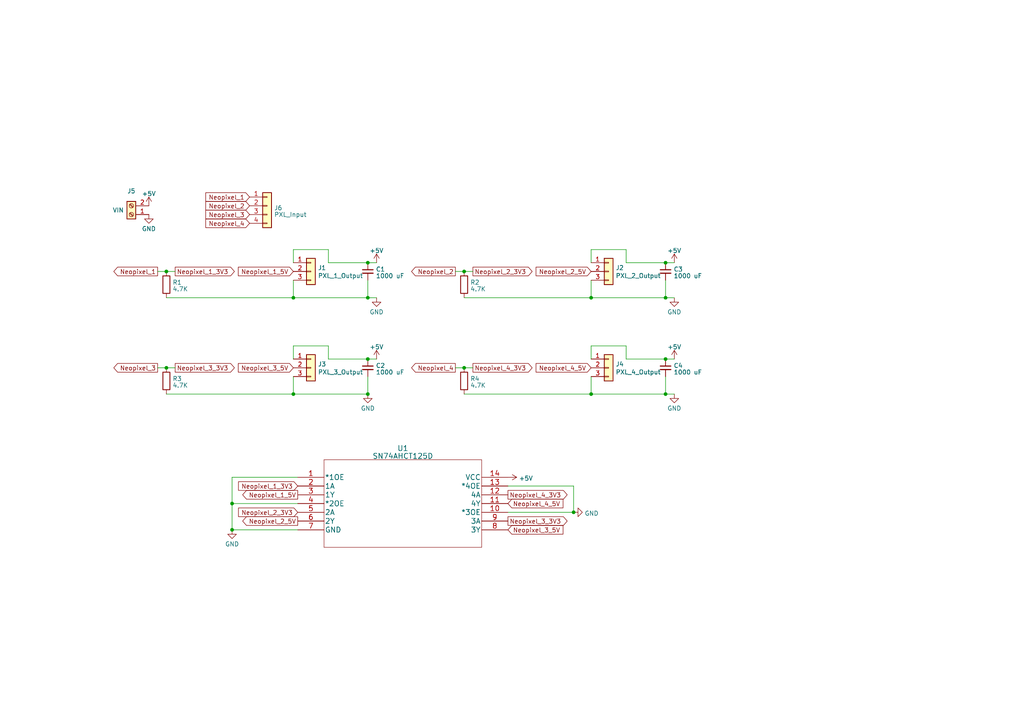
<source format=kicad_sch>
(kicad_sch (version 20230121) (generator eeschema)
  (paper "A4")
  (lib_symbols
    (symbol "Connector:Screw_Terminal_01x02" (pin_names (offset 1.016) hide)
      (property "Reference" "J" (at 0 2.54 0))
      (property "Value" "Screw_Terminal_01x02" (at 0 -5.08 0))
      (symbol "Screw_Terminal_01x02_1_1"
        (rectangle (start -1.27 1.27) (end 1.27 -3.81) (stroke (width 0.254)) (fill (type background)))
        (circle (center 0 -2.54) (radius 0.635) (stroke (width 0.1524)))
        (polyline (pts (xy -0.5334 -2.2098) (xy 0.3302 -3.048)) (stroke (width 0.1524)))
        (polyline (pts (xy -0.5334 0.3302) (xy 0.3302 -0.508)) (stroke (width 0.1524)))
        (polyline (pts (xy -0.3556 -2.032) (xy 0.508 -2.8702)) (stroke (width 0.1524)))
        (polyline (pts (xy -0.3556 0.508) (xy 0.508 -0.3302)) (stroke (width 0.1524)))
        (circle (center 0 0) (radius 0.635) (stroke (width 0.1524)))
        (pin passive line (at -5.08 0 0) (length 3.81) (name "Pin_1") (number "1"))
        (pin passive line (at -5.08 -2.54 0) (length 3.81) (name "Pin_2") (number "2"))
      )
    )
    (symbol "Connector_Generic:Conn_01x03" (pin_names (offset 1.016) hide)
      (property "Reference" "J" (at 0 5.08 0))
      (property "Value" "Conn_01x03" (at 0 -5.08 0))
      (symbol "Conn_01x03_1_1"
        (rectangle (start -1.27 -2.413) (end 0 -2.667) (stroke (width 0.1524)))
        (rectangle (start -1.27 0.127) (end 0 -0.127) (stroke (width 0.1524)))
        (rectangle (start -1.27 2.667) (end 0 2.413) (stroke (width 0.1524)))
        (rectangle (start -1.27 3.81) (end 1.27 -3.81) (stroke (width 0.254)) (fill (type background)))
        (pin passive line (at -5.08 2.54 0) (length 3.81) (name "Pin_1") (number "1"))
        (pin passive line (at -5.08 0 0) (length 3.81) (name "Pin_2") (number "2"))
        (pin passive line (at -5.08 -2.54 0) (length 3.81) (name "Pin_3") (number "3"))
      )
    )
    (symbol "Connector_Generic:Conn_01x04" (pin_names (offset 1.016) hide)
      (property "Reference" "J" (at 0 5.08 0))
      (property "Value" "Conn_01x04" (at 0 -7.62 0))
      (symbol "Conn_01x04_1_1"
        (rectangle (start -1.27 -4.953) (end 0 -5.207) (stroke (width 0.1524)))
        (rectangle (start -1.27 -2.413) (end 0 -2.667) (stroke (width 0.1524)))
        (rectangle (start -1.27 0.127) (end 0 -0.127) (stroke (width 0.1524)))
        (rectangle (start -1.27 2.667) (end 0 2.413) (stroke (width 0.1524)))
        (rectangle (start -1.27 3.81) (end 1.27 -6.35) (stroke (width 0.254)) (fill (type background)))
        (pin passive line (at -5.08 2.54 0) (length 3.81) (name "Pin_1") (number "1"))
        (pin passive line (at -5.08 0 0) (length 3.81) (name "Pin_2") (number "2"))
        (pin passive line (at -5.08 -2.54 0) (length 3.81) (name "Pin_3") (number "3"))
        (pin passive line (at -5.08 -5.08 0) (length 3.81) (name "Pin_4") (number "4"))
      )
    )
    (symbol "Device:C_Small" (pin_numbers hide) (pin_names (offset 0.254) hide)
      (property "Reference" "C" (at 0.254 1.778 0))
      (property "Value" "C_Small" (at 0.254 -2.032 0))
      (symbol "C_Small_0_1"
        (polyline (pts (xy -1.524 -0.508) (xy 1.524 -0.508)) (stroke (width 0.3302)))
        (polyline (pts (xy -1.524 0.508) (xy 1.524 0.508)) (stroke (width 0.3048)))
      )
      (symbol "C_Small_1_1"
        (pin passive line (at 0 2.54 270) (length 2.032) (name "~") (number "1"))
        (pin passive line (at 0 -2.54 90) (length 2.032) (name "~") (number "2"))
      )
    )
    (symbol "Device:R" (pin_numbers hide) (pin_names (offset 0))
      (property "Reference" "R" (at 2.032 0 90))
      (property "Value" "R" (at 0 0 90))
      (symbol "R_0_1"
        (rectangle (start -1.016 -2.54) (end 1.016 2.54) (stroke (width 0.254)))
      )
      (symbol "R_1_1"
        (pin passive line (at 0 3.81 270) (length 1.27) (name "~") (number "1"))
        (pin passive line (at 0 -3.81 90) (length 1.27) (name "~") (number "2"))
      )
    )
    (symbol "KlipperExpander:GND" (power) (pin_names (offset 0))
      (property "Value" "GND" (at 0 -3.81 0))
      (symbol "GND_0_1"
        (polyline (pts (xy 0 0) (xy 0 -1.27) (xy 1.27 -1.27) (xy 0 -2.54) (xy -1.27 -1.27) (xy 0 -1.27)))
      )
      (symbol "GND_1_1"
        (pin power_in line (at 0 0 270) (length 0) hide (name "GND") (number "1"))
      )
    )
    (symbol "Ti-Extra:SN74AHCT125D" (pin_names (offset 0.254))
      (property "Reference" "U" (at 30.48 10.16 0))
      (property "Value" "SN74AHCT125D" (at 30.48 7.62 0))
      (symbol "SN74AHCT125D_1_1"
        (polyline (pts (xy 7.62 -20.32) (xy 53.34 -20.32)) (stroke (width 0.127)))
        (polyline (pts (xy 7.62 5.08) (xy 7.62 -20.32)) (stroke (width 0.127)))
        (polyline (pts (xy 53.34 -20.32) (xy 53.34 5.08)) (stroke (width 0.127)))
        (polyline (pts (xy 53.34 5.08) (xy 7.62 5.08)) (stroke (width 0.127)))
        (pin input line (at 0 0 0) (length 7.62) (name "*1OE") (number "1"))
        (pin input line (at 60.96 -10.16 180) (length 7.62) (name "*3OE") (number "10"))
        (pin unspecified line (at 60.96 -7.62 180) (length 7.62) (name "4Y") (number "11"))
        (pin input line (at 60.96 -5.08 180) (length 7.62) (name "4A") (number "12"))
        (pin input line (at 60.96 -2.54 180) (length 7.62) (name "*4OE") (number "13"))
        (pin power_in line (at 60.96 0 180) (length 7.62) (name "VCC") (number "14"))
        (pin input line (at 0 -2.54 0) (length 7.62) (name "1A") (number "2"))
        (pin unspecified line (at 0 -5.08 0) (length 7.62) (name "1Y") (number "3"))
        (pin input line (at 0 -7.62 0) (length 7.62) (name "*2OE") (number "4"))
        (pin input line (at 0 -10.16 0) (length 7.62) (name "2A") (number "5"))
        (pin unspecified line (at 0 -12.7 0) (length 7.62) (name "2Y") (number "6"))
        (pin power_in line (at 0 -15.24 0) (length 7.62) (name "GND") (number "7"))
        (pin unspecified line (at 60.96 -15.24 180) (length 7.62) (name "3Y") (number "8"))
        (pin input line (at 60.96 -12.7 180) (length 7.62) (name "3A") (number "9"))
      )
    )
    (symbol "power:+5V" (power) (pin_names (offset 0))
      (property "Value" "+5V" (at 0 3.556 0))
      (symbol "+5V_0_1"
        (polyline (pts (xy -0.762 1.27) (xy 0 2.54)))
        (polyline (pts (xy 0 0) (xy 0 2.54)))
        (polyline (pts (xy 0 2.54) (xy 0.762 1.27)))
      )
      (symbol "+5V_1_1"
        (pin power_in line (at 0 0 90) (length 0) hide (name "+5V") (number "1"))
      )
    )
    (symbol "power:GND" (power) (pin_names (offset 0))
      (property "Value" "GND" (at 0 -3.81 0))
      (symbol "GND_0_1"
        (polyline (pts (xy 0 0) (xy 0 -1.27) (xy 1.27 -1.27) (xy 0 -2.54) (xy -1.27 -1.27) (xy 0 -1.27)))
      )
      (symbol "GND_1_1"
        (pin power_in line (at 0 0 270) (length 0) hide (name "GND") (number "1"))
      )
    )
  )
  (junction (at 193.04 114.3))
  (junction (at 166.37 148.59))
  (junction (at 106.68 76.2))
  (junction (at 134.62 106.68))
  (junction (at 193.04 86.36))
  (junction (at 67.31 146.05))
  (junction (at 106.68 104.14))
  (junction (at 193.04 104.14))
  (junction (at 67.31 153.67))
  (junction (at 134.62 78.74))
  (junction (at 48.26 106.68))
  (junction (at 48.26 78.74))
  (junction (at 106.68 86.36))
  (junction (at 171.45 86.36))
  (junction (at 106.68 114.3))
  (junction (at 85.09 86.36))
  (junction (at 193.04 76.2))
  (junction (at 171.45 114.3))
  (junction (at 85.09 114.3))
  (wire (pts (xy 67.31 153.67) (xy 86.36 153.67)))
  (wire (pts (xy 95.25 104.14) (xy 106.68 104.14)))
  (wire (pts (xy 193.04 76.2) (xy 195.58 76.2)))
  (wire (pts (xy 95.25 72.39) (xy 85.09 72.39)))
  (wire (pts (xy 95.25 76.2) (xy 95.25 72.39)))
  (wire (pts (xy 85.09 100.33) (xy 95.25 100.33)))
  (wire (pts (xy 134.62 86.36) (xy 171.45 86.36)))
  (wire (pts (xy 181.61 100.33) (xy 171.45 100.33)))
  (wire (pts (xy 106.68 86.36) (xy 106.68 81.28)))
  (wire (pts (xy 95.25 76.2) (xy 106.68 76.2)))
  (wire (pts (xy 85.09 72.39) (xy 85.09 76.2)))
  (wire (pts (xy 134.62 106.68) (xy 137.16 106.68)))
  (wire (pts (xy 193.04 86.36) (xy 193.04 81.28)))
  (wire (pts (xy 171.45 114.3) (xy 193.04 114.3)))
  (wire (pts (xy 67.31 146.05) (xy 86.36 146.05)))
  (wire (pts (xy 67.31 146.05) (xy 67.31 153.67)))
  (wire (pts (xy 134.62 114.3) (xy 171.45 114.3)))
  (wire (pts (xy 171.45 81.28) (xy 171.45 86.36)))
  (wire (pts (xy 85.09 86.36) (xy 106.68 86.36)))
  (wire (pts (xy 48.26 78.74) (xy 50.8 78.74)))
  (wire (pts (xy 45.72 78.74) (xy 48.26 78.74)))
  (wire (pts (xy 67.31 138.43) (xy 86.36 138.43)))
  (wire (pts (xy 67.31 138.43) (xy 67.31 146.05)))
  (wire (pts (xy 147.32 148.59) (xy 166.37 148.59)))
  (wire (pts (xy 45.72 106.68) (xy 48.26 106.68)))
  (wire (pts (xy 171.45 86.36) (xy 193.04 86.36)))
  (wire (pts (xy 48.26 106.68) (xy 50.8 106.68)))
  (wire (pts (xy 85.09 114.3) (xy 106.68 114.3)))
  (wire (pts (xy 48.26 86.36) (xy 85.09 86.36)))
  (wire (pts (xy 171.45 72.39) (xy 181.61 72.39)))
  (wire (pts (xy 193.04 114.3) (xy 195.58 114.3)))
  (wire (pts (xy 85.09 104.14) (xy 85.09 100.33)))
  (wire (pts (xy 193.04 109.22) (xy 193.04 114.3)))
  (wire (pts (xy 132.08 78.74) (xy 134.62 78.74)))
  (wire (pts (xy 181.61 104.14) (xy 181.61 100.33)))
  (wire (pts (xy 193.04 104.14) (xy 181.61 104.14)))
  (wire (pts (xy 48.26 114.3) (xy 85.09 114.3)))
  (wire (pts (xy 181.61 72.39) (xy 181.61 76.2)))
  (wire (pts (xy 171.45 109.22) (xy 171.45 114.3)))
  (wire (pts (xy 132.08 106.68) (xy 134.62 106.68)))
  (wire (pts (xy 85.09 81.28) (xy 85.09 86.36)))
  (wire (pts (xy 181.61 76.2) (xy 193.04 76.2)))
  (wire (pts (xy 193.04 104.14) (xy 195.58 104.14)))
  (wire (pts (xy 85.09 109.22) (xy 85.09 114.3)))
  (wire (pts (xy 166.37 140.97) (xy 166.37 148.59)))
  (wire (pts (xy 109.22 76.2) (xy 106.68 76.2)))
  (wire (pts (xy 95.25 100.33) (xy 95.25 104.14)))
  (wire (pts (xy 106.68 109.22) (xy 106.68 114.3)))
  (wire (pts (xy 106.68 104.14) (xy 109.22 104.14)))
  (wire (pts (xy 171.45 76.2) (xy 171.45 72.39)))
  (wire (pts (xy 106.68 86.36) (xy 109.22 86.36)))
  (wire (pts (xy 171.45 100.33) (xy 171.45 104.14)))
  (wire (pts (xy 134.62 78.74) (xy 137.16 78.74)))
  (wire (pts (xy 147.32 140.97) (xy 166.37 140.97)))
  (wire (pts (xy 193.04 86.36) (xy 195.58 86.36)))
  (global_label "Neopixel_1" (shape output) (at 45.72 78.74 180) (property "Intersheetrefs" "${INTERSHEET_REFS}" (effects hide)))
  (global_label "Neopixel_3" (shape output) (at 45.72 106.68 180) (property "Intersheetrefs" "${INTERSHEET_REFS}" (effects hide)))
  (global_label "Neopixel_3" (shape input) (at 72.39 62.23 180) (property "Intersheetrefs" "${INTERSHEET_REFS}" (effects hide)))
  (global_label "Neopixel_3_3V3" (shape output) (at 50.8 106.68 0) (property "Intersheetrefs" "${INTERSHEET_REFS}" (effects hide)))
  (global_label "Neopixel_4_5V" (shape input) (at 171.45 106.68 180) (property "Intersheetrefs" "${INTERSHEET_REFS}" (effects hide)))
  (global_label "Neopixel_3_5V" (shape input) (at 147.32 153.67 0) (property "Intersheetrefs" "${INTERSHEET_REFS}" (effects hide)))
  (global_label "Neopixel_4_3V3" (shape output) (at 147.32 143.51 0) (property "Intersheetrefs" "${INTERSHEET_REFS}" (effects hide)))
  (global_label "Neopixel_4_5V" (shape input) (at 147.32 146.05 0) (property "Intersheetrefs" "${INTERSHEET_REFS}" (effects hide)))
  (global_label "Neopixel_1_5V" (shape output) (at 86.36 143.51 180) (property "Intersheetrefs" "${INTERSHEET_REFS}" (effects hide)))
  (global_label "Neopixel_2_5V" (shape output) (at 86.36 151.13 180) (property "Intersheetrefs" "${INTERSHEET_REFS}" (effects hide)))
  (global_label "Neopixel_4" (shape output) (at 132.08 106.68 180) (property "Intersheetrefs" "${INTERSHEET_REFS}" (effects hide)))
  (global_label "Neopixel_2_3V3" (shape input) (at 86.36 148.59 180) (property "Intersheetrefs" "${INTERSHEET_REFS}" (effects hide)))
  (global_label "Neopixel_4_3V3" (shape output) (at 137.16 106.68 0) (property "Intersheetrefs" "${INTERSHEET_REFS}" (effects hide)))
  (global_label "Neopixel_2_5V" (shape input) (at 171.45 78.74 180) (property "Intersheetrefs" "${INTERSHEET_REFS}" (effects hide)))
  (global_label "Neopixel_1" (shape input) (at 72.39 57.15 180) (property "Intersheetrefs" "${INTERSHEET_REFS}" (effects hide)))
  (global_label "Neopixel_3_5V" (shape input) (at 85.09 106.68 180) (property "Intersheetrefs" "${INTERSHEET_REFS}" (effects hide)))
  (global_label "Neopixel_2" (shape output) (at 132.08 78.74 180) (property "Intersheetrefs" "${INTERSHEET_REFS}" (effects hide)))
  (global_label "Neopixel_3_3V3" (shape output) (at 147.32 151.13 0) (property "Intersheetrefs" "${INTERSHEET_REFS}" (effects hide)))
  (global_label "Neopixel_2" (shape input) (at 72.39 59.69 180) (property "Intersheetrefs" "${INTERSHEET_REFS}" (effects hide)))
  (global_label "Neopixel_1_3V3" (shape output) (at 50.8 78.74 0) (property "Intersheetrefs" "${INTERSHEET_REFS}" (effects hide)))
  (global_label "Neopixel_1_3V3" (shape input) (at 86.36 140.97 180) (property "Intersheetrefs" "${INTERSHEET_REFS}" (effects hide)))
  (global_label "Neopixel_2_3V3" (shape output) (at 137.16 78.74 0) (property "Intersheetrefs" "${INTERSHEET_REFS}" (effects hide)))
  (global_label "Neopixel_1_5V" (shape input) (at 85.09 78.74 180) (property "Intersheetrefs" "${INTERSHEET_REFS}" (effects hide)))
  (global_label "Neopixel_4" (shape input) (at 72.39 64.77 180) (property "Intersheetrefs" "${INTERSHEET_REFS}" (effects hide)))
  (symbol (lib_id "Device:R") (at 48.26 82.55 0) (unit 1)
    (property "Reference" "R1" (at 50.038 81.9063 0) (effects (justify left)))
    (property "Value" "4.7K" (at 50.038 83.8273 0) (effects (justify left)))
    (property "Footprint" "Resistor_SMD:R_1206_3216Metric" (effects hide))
    (property "LCSC" "C104821" (effects hide))
  )
  (symbol (lib_id "power:+5V") (at 195.58 76.2 0) (unit 1)
    (property "Reference" "#PWR013" (effects hide))
    (property "Value" "+5V" (at 195.58 72.6981 0))
  )
  (symbol (lib_id "Connector_Generic:Conn_01x04") (at 77.47 59.69 0) (unit 1)
    (property "Reference" "J6" (at 79.502 60.3163 0) (effects (justify left)))
    (property "Value" "PXL_Input" (at 79.502 62.2373 0) (effects (justify left)))
    (property "Footprint" "Connector_JST:JST_XH_B4B-XH-A_1x04_P2.50mm_Vertical" (effects hide))
    (property "LCSC" "C144395" (effects hide))
  )
  (symbol (lib_id "power:+5V") (at 43.18 59.69 0) (unit 1)
    (property "Reference" "#PWR04" (effects hide))
    (property "Value" "+5V" (at 43.18 56.1881 0))
  )
  (symbol (lib_id "Connector_Generic:Conn_01x03") (at 176.53 78.74 0) (unit 1)
    (property "Reference" "J2" (at 178.562 77.6732 0) (effects (justify left)))
    (property "Value" "PXL_2_Output" (at 178.562 79.9846 0) (effects (justify left)))
    (property "Footprint" "Connector_Molex:Molex_Micro-Fit_3.0_43650-0315_1x03_P3.00mm_Vertical" (effects hide))
    (property "LCSC" "C293546" (effects hide))
  )
  (symbol (lib_id "KlipperExpander:GND") (at 106.68 114.3 0) (unit 1)
    (property "Reference" "#PWR05" (effects hide))
    (property "Value" "GND" (at 106.68 118.4355 0))
  )
  (symbol (lib_id "power:+5V") (at 109.22 76.2 0) (unit 1)
    (property "Reference" "#PWR08" (effects hide))
    (property "Value" "+5V" (at 109.22 72.6981 0))
  )
  (symbol (lib_id "Connector_Generic:Conn_01x03") (at 90.17 78.74 0) (unit 1)
    (property "Reference" "J1" (at 92.202 77.6732 0) (effects (justify left)))
    (property "Value" "PXL_1_Output" (at 92.202 79.9846 0) (effects (justify left)))
    (property "Footprint" "Connector_Molex:Molex_Micro-Fit_3.0_43650-0315_1x03_P3.00mm_Vertical" (effects hide))
    (property "LCSC" "C293546" (effects hide))
  )
  (symbol (lib_id "Device:C_Small") (at 193.04 106.68 0) (unit 1)
    (property "Reference" "C4" (at 195.3641 106.0426 0) (effects (justify left)))
    (property "Value" "1000 uF" (at 195.3641 107.9636 0) (effects (justify left)))
    (property "Footprint" "Capacitor_THT:CP_Radial_D8.0mm_P3.50mm" (effects hide))
    (property "LCSC" "C106511" (effects hide))
  )
  (symbol (lib_id "KlipperExpander:GND") (at 195.58 114.3 0) (unit 1)
    (property "Reference" "#PWR014" (effects hide))
    (property "Value" "GND" (at 195.58 118.4355 0))
  )
  (symbol (lib_id "power:+5V") (at 195.58 104.14 0) (unit 1)
    (property "Reference" "#PWR016" (effects hide))
    (property "Value" "+5V" (at 195.58 100.6381 0))
  )
  (symbol (lib_id "Device:R") (at 134.62 110.49 0) (unit 1)
    (property "Reference" "R4" (at 136.398 109.8463 0) (effects (justify left)))
    (property "Value" "4.7K" (at 136.398 111.7673 0) (effects (justify left)))
    (property "Footprint" "Resistor_SMD:R_1206_3216Metric" (effects hide))
    (property "LCSC" "C104821" (effects hide))
  )
  (symbol (lib_id "Device:C_Small") (at 106.68 106.68 0) (unit 1)
    (property "Reference" "C2" (at 109.0041 106.0426 0) (effects (justify left)))
    (property "Value" "1000 uF" (at 109.0041 107.9636 0) (effects (justify left)))
    (property "Footprint" "Capacitor_THT:CP_Radial_D8.0mm_P3.50mm" (effects hide))
    (property "LCSC" "C106511" (effects hide))
  )
  (symbol (lib_id "Device:R") (at 134.62 82.55 0) (unit 1)
    (property "Reference" "R2" (at 136.398 81.9063 0) (effects (justify left)))
    (property "Value" "4.7K" (at 136.398 83.8273 0) (effects (justify left)))
    (property "Footprint" "Resistor_SMD:R_1206_3216Metric" (effects hide))
    (property "LCSC" "C104821" (effects hide))
  )
  (symbol (lib_id "Device:C_Small") (at 106.68 78.74 0) (unit 1)
    (property "Reference" "C1" (at 109.0041 78.1026 0) (effects (justify left)))
    (property "Value" "1000 uF" (at 109.0041 80.0236 0) (effects (justify left)))
    (property "Footprint" "Capacitor_THT:CP_Radial_D8.0mm_P3.50mm" (effects hide))
    (property "LCSC" "C106511" (effects hide))
  )
  (symbol (lib_id "Device:C_Small") (at 193.04 78.74 0) (unit 1)
    (property "Reference" "C3" (at 195.3641 78.1026 0) (effects (justify left)))
    (property "Value" "1000 uF" (at 195.3641 80.0236 0) (effects (justify left)))
    (property "Footprint" "Capacitor_THT:CP_Radial_D8.0mm_P3.50mm" (effects hide))
    (property "LCSC" "C106511" (effects hide))
  )
  (symbol (lib_id "Connector_Generic:Conn_01x03") (at 176.53 106.68 0) (unit 1)
    (property "Reference" "J4" (at 178.562 105.6132 0) (effects (justify left)))
    (property "Value" "PXL_4_Output" (at 178.562 107.9246 0) (effects (justify left)))
    (property "Footprint" "Connector_Molex:Molex_Micro-Fit_3.0_43650-0315_1x03_P3.00mm_Vertical" (effects hide))
    (property "LCSC" "C293546" (effects hide))
  )
  (symbol (lib_id "power:+5V") (at 109.22 104.14 0) (unit 1)
    (property "Reference" "#PWR010" (effects hide))
    (property "Value" "+5V" (at 109.22 100.6381 0))
  )
  (symbol (lib_id "KlipperExpander:GND") (at 195.58 86.36 0) (unit 1)
    (property "Reference" "#PWR011" (effects hide))
    (property "Value" "GND" (at 195.58 90.4955 0))
  )
  (symbol (lib_id "Ti-Extra:SN74AHCT125D") (at 86.36 138.43 0) (unit 1)
    (property "Reference" "U1" (at 116.84 130.0304 0) (effects (font (size 1.524 1.524))))
    (property "Value" "SN74AHCT125D" (at 116.84 132.2846 0) (effects (font (size 1.524 1.524))))
    (property "Footprint" "Neopixel-Companion:SN74AHCT125D" (effects hide))
    (property "LCSC" "C155176" (effects hide))
  )
  (symbol (lib_id "Connector:Screw_Terminal_01x02") (at 38.1 62.23 180) (unit 1)
    (property "Reference" "J5" (at 38.1 55.4101 0))
    (property "Value" "VIN" (at 34.29 60.96 0))
    (property "Footprint" "Neopixel-Companion:796949-2" (effects hide))
    (property "LCSC" "C430601" (effects hide))
  )
  (symbol (lib_id "KlipperExpander:GND") (at 166.37 148.59 90) (unit 1)
    (property "Reference" "#PWR02" (effects hide))
    (property "Value" "GND" (at 169.545 148.9068 90) (effects (justify right)))
  )
  (symbol (lib_id "Connector_Generic:Conn_01x03") (at 90.17 106.68 0) (unit 1)
    (property "Reference" "J3" (at 92.202 105.6132 0) (effects (justify left)))
    (property "Value" "PXL_3_Output" (at 92.202 107.9246 0) (effects (justify left)))
    (property "Footprint" "Connector_Molex:Molex_Micro-Fit_3.0_43650-0315_1x03_P3.00mm_Vertical" (effects hide))
    (property "LCSC" "C293546" (effects hide))
  )
  (symbol (lib_id "KlipperExpander:GND") (at 67.31 153.67 0) (unit 1)
    (property "Reference" "#PWR01" (effects hide))
    (property "Value" "GND" (at 67.31 157.8055 0))
  )
  (symbol (lib_id "Device:R") (at 48.26 110.49 0) (unit 1)
    (property "Reference" "R3" (at 50.038 109.8463 0) (effects (justify left)))
    (property "Value" "4.7K" (at 50.038 111.7673 0) (effects (justify left)))
    (property "Footprint" "Resistor_SMD:R_1206_3216Metric" (effects hide))
    (property "LCSC" "C104821" (effects hide))
  )
  (symbol (lib_id "KlipperExpander:GND") (at 109.22 86.36 0) (unit 1)
    (property "Reference" "#PWR09" (effects hide))
    (property "Value" "GND" (at 109.22 90.4955 0))
  )
  (symbol (lib_id "power:GND") (at 43.18 62.23 0) (unit 1)
    (property "Reference" "#PWR03" (effects hide))
    (property "Value" "GND" (at 43.18 66.3655 0))
  )
  (symbol (lib_id "power:+5V") (at 147.32 138.43 270) (unit 1)
    (property "Reference" "#PWR017" (effects hide))
    (property "Value" "+5V" (at 150.495 138.7468 90) (effects (justify left)))
  )
)
</source>
